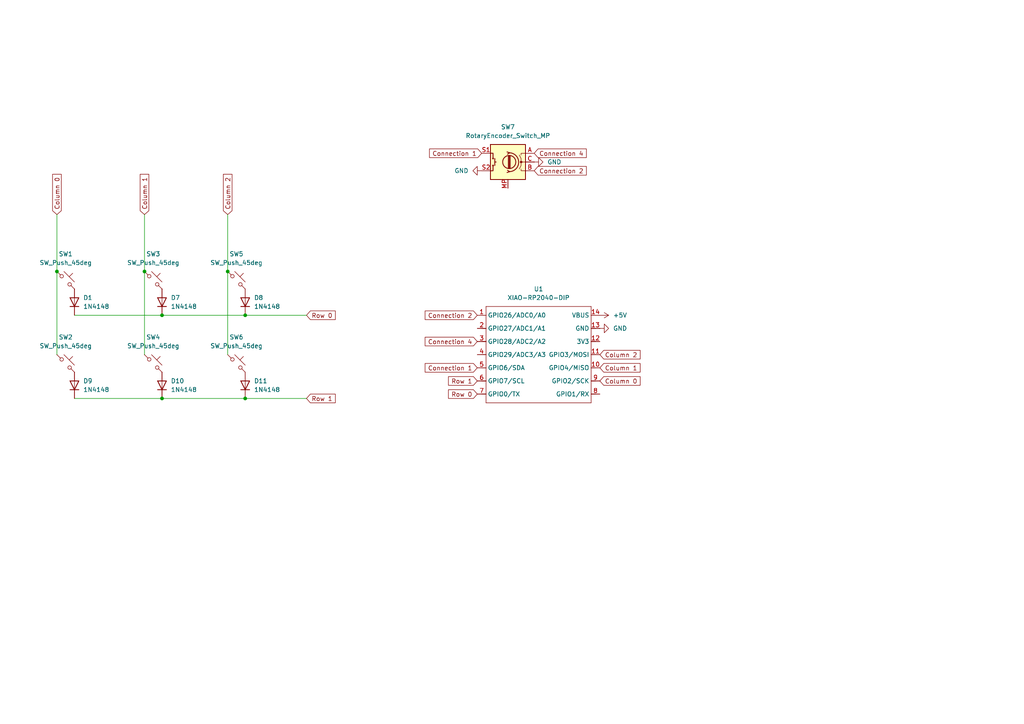
<source format=kicad_sch>
(kicad_sch (version 20250114) (generator "eeschema") (generator_version "9.0")
  (paper "A4")
  (lib_symbols
    (symbol "Device:RotaryEncoder_Switch_MP" (pin_names (offset 0.254) (hide yes))
      (property "Reference" "SW" (at 0 8.89 0))
      (property "Value" "RotaryEncoder_Switch_MP" (at 0 6.35 0))
      (symbol "RotaryEncoder_Switch_MP_0_1"
        (rectangle (start -5.08 5.08) (end 5.08 -5.08) (stroke (width 0.254)) (fill (type background)))
        (polyline (pts (xy -5.08 2.54) (xy -3.81 2.54) (xy -3.81 2.032)))
        (polyline (pts (xy -5.08 0) (xy -3.81 0) (xy -3.81 -1.016) (xy -3.302 -2.032)))
        (polyline (pts (xy -5.08 -2.54) (xy -3.81 -2.54) (xy -3.81 -2.032)))
        (polyline (pts (xy -4.318 0) (xy -3.81 0) (xy -3.81 1.016) (xy -3.302 2.032)))
        (circle (center -3.81 0) (radius 0.254) (fill (type outline)))
        (polyline (pts (xy -0.635 -1.778) (xy -0.635 1.778)) (stroke (width 0.254)))
        (circle (center -0.381 0) (radius 1.905) (stroke (width 0.254)))
        (polyline (pts (xy -0.381 -1.778) (xy -0.381 1.778)) (stroke (width 0.254)))
        (arc (start -0.381 -2.794) (mid -3.0988 -0.0635) (end -0.381 2.667) (stroke (width 0.254)))
        (polyline (pts (xy -0.127 1.778) (xy -0.127 -1.778)) (stroke (width 0.254)))
        (polyline (pts (xy 0.254 2.921) (xy -0.508 2.667) (xy 0.127 2.286)) (stroke (width 0.254)))
        (polyline (pts (xy 0.254 -3.048) (xy -0.508 -2.794) (xy 0.127 -2.413)) (stroke (width 0.254)))
        (polyline (pts (xy 3.81 1.016) (xy 3.81 -1.016)) (stroke (width 0.254)))
        (polyline (pts (xy 3.81 0) (xy 3.429 0)) (stroke (width 0.254)))
        (circle (center 4.318 1.016) (radius 0.127) (stroke (width 0.254)))
        (circle (center 4.318 -1.016) (radius 0.127) (stroke (width 0.254)))
        (polyline (pts (xy 5.08 2.54) (xy 4.318 2.54) (xy 4.318 1.016)) (stroke (width 0.254)))
        (polyline (pts (xy 5.08 -2.54) (xy 4.318 -2.54) (xy 4.318 -1.016)) (stroke (width 0.254)))
      )
      (symbol "RotaryEncoder_Switch_MP_1_1"
        (pin passive line (at -7.62 2.54 0) (length 2.54) (name "A") (number "A"))
        (pin passive line (at -7.62 0 0) (length 2.54) (name "C") (number "C"))
        (pin passive line (at -7.62 -2.54 0) (length 2.54) (name "B") (number "B"))
        (pin passive line (at 0 -7.62 90) (length 2.54) (name "MP") (number "MP"))
        (pin passive line (at 7.62 2.54 180) (length 2.54) (name "S1") (number "S1"))
        (pin passive line (at 7.62 -2.54 180) (length 2.54) (name "S2") (number "S2"))
      )
    )
    (symbol "Diode:1N4148" (pin_numbers (hide yes)) (pin_names (hide yes))
      (property "Reference" "D" (at 0 2.54 0))
      (property "Value" "1N4148" (at 0 -2.54 0))
      (symbol "1N4148_0_1"
        (polyline (pts (xy -1.27 1.27) (xy -1.27 -1.27)) (stroke (width 0.254)))
        (polyline (pts (xy 1.27 1.27) (xy 1.27 -1.27) (xy -1.27 0) (xy 1.27 1.27)) (stroke (width 0.254)))
        (polyline (pts (xy 1.27 0) (xy -1.27 0)))
      )
      (symbol "1N4148_1_1"
        (pin passive line (at -3.81 0 0) (length 2.54) (name "K") (number "1"))
        (pin passive line (at 3.81 0 180) (length 2.54) (name "A") (number "2"))
      )
    )
    (symbol "OPL Library:XIAO-RP2040-DIP"
      (property "Reference" "U" (at 0 0 0))
      (property "Value" "XIAO-RP2040-DIP" (at 5.334 -1.778 0))
      (symbol "XIAO-RP2040-DIP_1_0"
        (polyline (pts (xy -1.27 -2.54) (xy 29.21 -2.54)) (stroke (width 0.1524)))
        (polyline (pts (xy -1.27 -5.08) (xy -2.54 -5.08)) (stroke (width 0.1524)))
        (polyline (pts (xy -1.27 -5.08) (xy -1.27 -2.54)) (stroke (width 0.1524)))
        (polyline (pts (xy -1.27 -8.89) (xy -2.54 -8.89)) (stroke (width 0.1524)))
        (polyline (pts (xy -1.27 -8.89) (xy -1.27 -5.08)) (stroke (width 0.1524)))
        (polyline (pts (xy -1.27 -12.7) (xy -2.54 -12.7)) (stroke (width 0.1524)))
        (polyline (pts (xy -1.27 -12.7) (xy -1.27 -8.89)) (stroke (width 0.1524)))
        (polyline (pts (xy -1.27 -16.51) (xy -2.54 -16.51)) (stroke (width 0.1524)))
        (polyline (pts (xy -1.27 -16.51) (xy -1.27 -12.7)) (stroke (width 0.1524)))
        (polyline (pts (xy -1.27 -20.32) (xy -2.54 -20.32)) (stroke (width 0.1524)))
        (polyline (pts (xy -1.27 -24.13) (xy -2.54 -24.13)) (stroke (width 0.1524)))
        (polyline (pts (xy -1.27 -27.94) (xy -2.54 -27.94)) (stroke (width 0.1524)))
        (polyline (pts (xy -1.27 -30.48) (xy -1.27 -16.51)) (stroke (width 0.1524)))
        (polyline (pts (xy 29.21 -2.54) (xy 29.21 -5.08)) (stroke (width 0.1524)))
        (polyline (pts (xy 29.21 -5.08) (xy 29.21 -8.89)) (stroke (width 0.1524)))
        (polyline (pts (xy 29.21 -8.89) (xy 29.21 -12.7)) (stroke (width 0.1524)))
        (polyline (pts (xy 29.21 -12.7) (xy 29.21 -30.48)) (stroke (width 0.1524)))
        (polyline (pts (xy 29.21 -30.48) (xy -1.27 -30.48)) (stroke (width 0.1524)))
        (polyline (pts (xy 30.48 -5.08) (xy 29.21 -5.08)) (stroke (width 0.1524)))
        (polyline (pts (xy 30.48 -8.89) (xy 29.21 -8.89)) (stroke (width 0.1524)))
        (polyline (pts (xy 30.48 -12.7) (xy 29.21 -12.7)) (stroke (width 0.1524)))
        (polyline (pts (xy 30.48 -16.51) (xy 29.21 -16.51)) (stroke (width 0.1524)))
        (polyline (pts (xy 30.48 -20.32) (xy 29.21 -20.32)) (stroke (width 0.1524)))
        (polyline (pts (xy 30.48 -24.13) (xy 29.21 -24.13)) (stroke (width 0.1524)))
        (polyline (pts (xy 30.48 -27.94) (xy 29.21 -27.94)) (stroke (width 0.1524)))
        (pin passive line (at -3.81 -5.08 0) (length 2.54) (name "GPIO26/ADC0/A0") (number "1"))
        (pin passive line (at -3.81 -8.89 0) (length 2.54) (name "GPIO27/ADC1/A1") (number "2"))
        (pin passive line (at -3.81 -12.7 0) (length 2.54) (name "GPIO28/ADC2/A2") (number "3"))
        (pin passive line (at -3.81 -16.51 0) (length 2.54) (name "GPIO29/ADC3/A3") (number "4"))
        (pin passive line (at -3.81 -20.32 0) (length 2.54) (name "GPIO6/SDA") (number "5"))
        (pin passive line (at -3.81 -24.13 0) (length 2.54) (name "GPIO7/SCL") (number "6"))
        (pin passive line (at -3.81 -27.94 0) (length 2.54) (name "GPIO0/TX") (number "7"))
        (pin passive line (at 31.75 -5.08 180) (length 2.54) (name "VBUS") (number "14"))
        (pin passive line (at 31.75 -8.89 180) (length 2.54) (name "GND") (number "13"))
        (pin passive line (at 31.75 -12.7 180) (length 2.54) (name "3V3") (number "12"))
        (pin passive line (at 31.75 -16.51 180) (length 2.54) (name "GPIO3/MOSI") (number "11"))
        (pin passive line (at 31.75 -20.32 180) (length 2.54) (name "GPIO4/MISO") (number "10"))
        (pin passive line (at 31.75 -24.13 180) (length 2.54) (name "GPIO2/SCK") (number "9"))
        (pin passive line (at 31.75 -27.94 180) (length 2.54) (name "GPIO1/RX") (number "8"))
      )
    )
    (symbol "Switch:SW_Push_45deg" (pin_numbers (hide yes)) (pin_names (offset 1.016) (hide yes))
      (property "Reference" "SW" (at 3.048 1.016 0))
      (property "Value" "SW_Push_45deg" (at 0 -3.81 0))
      (symbol "SW_Push_45deg_0_1"
        (polyline (pts (xy -2.54 2.54) (xy -1.524 1.524) (xy -1.524 1.524)))
        (circle (center -1.1684 1.1684) (radius 0.508))
        (polyline (pts (xy -0.508 2.54) (xy 2.54 -0.508)))
        (polyline (pts (xy 1.016 1.016) (xy 2.032 2.032)))
        (circle (center 1.143 -1.1938) (radius 0.508))
        (polyline (pts (xy 1.524 -1.524) (xy 2.54 -2.54) (xy 2.54 -2.54) (xy 2.54 -2.54)))
        (pin passive line (at -2.54 2.54 0) (length 0) (name "1") (number "1"))
        (pin passive line (at 2.54 -2.54 180) (length 0) (name "2") (number "2"))
      )
    )
    (symbol "power:+5V" (power) (pin_numbers (hide yes)) (pin_names (offset 0) (hide yes))
      (property "Value" "+5V" (at 0 3.556 0))
      (symbol "+5V_0_1"
        (polyline (pts (xy -0.762 1.27) (xy 0 2.54)))
        (polyline (pts (xy 0 2.54) (xy 0.762 1.27)))
        (polyline (pts (xy 0 0) (xy 0 2.54)))
      )
      (symbol "+5V_1_1"
        (pin power_in line (at 0 0 90) (length 0) (name "~") (number "1"))
      )
    )
    (symbol "power:GND" (power) (pin_numbers (hide yes)) (pin_names (offset 0) (hide yes))
      (property "Value" "GND" (at 0 -3.81 0))
      (symbol "GND_0_1"
        (polyline (pts (xy 0 0) (xy 0 -1.27) (xy 1.27 -1.27) (xy 0 -2.54) (xy -1.27 -1.27) (xy 0 -1.27)))
      )
      (symbol "GND_1_1"
        (pin power_in line (at 0 0 270) (length 0) (name "~") (number "1"))
      )
    )
  )
  (junction (at 46.99 115.57))
  (junction (at 66.04 78.74))
  (junction (at 41.91 78.74))
  (junction (at 16.51 78.74))
  (junction (at 71.12 115.57))
  (junction (at 71.12 91.44))
  (junction (at 46.99 91.44))
  (wire (pts (xy 66.04 78.74) (xy 66.04 102.87)))
  (wire (pts (xy 46.99 91.44) (xy 71.12 91.44)))
  (wire (pts (xy 21.59 115.57) (xy 46.99 115.57)))
  (wire (pts (xy 46.99 115.57) (xy 71.12 115.57)))
  (wire (pts (xy 41.91 78.74) (xy 41.91 102.87)))
  (wire (pts (xy 21.59 91.44) (xy 46.99 91.44)))
  (wire (pts (xy 71.12 115.57) (xy 88.9 115.57)))
  (wire (pts (xy 16.51 78.74) (xy 16.51 102.87)))
  (wire (pts (xy 41.91 62.23) (xy 41.91 78.74)))
  (wire (pts (xy 66.04 62.23) (xy 66.04 78.74)))
  (wire (pts (xy 16.51 62.23) (xy 16.51 78.74)))
  (wire (pts (xy 71.12 91.44) (xy 88.9 91.44)))
  (global_label "Column 2" (shape input) (at 173.99 102.87 0) (property "Intersheetrefs" "${INTERSHEET_REFS}" (effects (hide yes))))
  (global_label "Connection 4" (shape input) (at 154.94 44.45 0) (property "Intersheetrefs" "${INTERSHEET_REFS}" (effects (hide yes))))
  (global_label "Connection 1" (shape input) (at 139.7 44.45 180) (property "Intersheetrefs" "${INTERSHEET_REFS}" (effects (hide yes))))
  (global_label "Row 0" (shape input) (at 88.9 91.44 0) (property "Intersheetrefs" "${INTERSHEET_REFS}" (effects (hide yes))))
  (global_label "Column 0" (shape input) (at 16.51 62.23 90) (property "Intersheetrefs" "${INTERSHEET_REFS}" (effects (hide yes))))
  (global_label "Connection 2" (shape input) (at 138.43 91.44 180) (property "Intersheetrefs" "${INTERSHEET_REFS}" (effects (hide yes))))
  (global_label "Column 0" (shape input) (at 173.99 110.49 0) (property "Intersheetrefs" "${INTERSHEET_REFS}" (effects (hide yes))))
  (global_label "Row 1" (shape input) (at 138.43 110.49 180) (property "Intersheetrefs" "${INTERSHEET_REFS}" (effects (hide yes))))
  (global_label "Row 0" (shape input) (at 138.43 114.3 180) (property "Intersheetrefs" "${INTERSHEET_REFS}" (effects (hide yes))))
  (global_label "Column 2" (shape input) (at 66.04 62.23 90) (property "Intersheetrefs" "${INTERSHEET_REFS}" (effects (hide yes))))
  (global_label "Connection 2" (shape input) (at 154.94 49.53 0) (property "Intersheetrefs" "${INTERSHEET_REFS}" (effects (hide yes))))
  (global_label "Connection 4" (shape input) (at 138.43 99.06 180) (property "Intersheetrefs" "${INTERSHEET_REFS}" (effects (hide yes))))
  (global_label "Column 1" (shape input) (at 41.91 62.23 90) (property "Intersheetrefs" "${INTERSHEET_REFS}" (effects (hide yes))))
  (global_label "Row 1" (shape input) (at 88.9 115.57 0) (property "Intersheetrefs" "${INTERSHEET_REFS}" (effects (hide yes))))
  (global_label "Column 1" (shape input) (at 173.99 106.68 0) (property "Intersheetrefs" "${INTERSHEET_REFS}" (effects (hide yes))))
  (global_label "Connection 1" (shape input) (at 138.43 106.68 180) (property "Intersheetrefs" "${INTERSHEET_REFS}" (effects (hide yes))))
  (symbol (lib_id "Device:RotaryEncoder_Switch_MP") (at 147.32 46.99 0) (mirror y) (unit 1)
    (property "Reference" "SW7" (at 147.32 36.83 0))
    (property "Value" "RotaryEncoder_Switch_MP" (at 147.32 39.37 0))
    (property "Footprint" "Rotary_Encoder:RotaryEncoder_Alps_EC11E-Switch_Vertical_H20mm" (effects (hide yes)))
    (property "Description" "Rotary encoder, dual channel, incremental quadrate outputs, with switch and MP Pin" (effects (hide yes)))
  )
  (symbol (lib_id "Switch:SW_Push_45deg") (at 19.05 81.28 0) (unit 1)
    (property "Reference" "SW1" (at 19.05 73.66 0))
    (property "Value" "SW_Push_45deg" (at 19.05 76.2 0))
    (property "Footprint" "Button_Switch_Keyboard:SW_Cherry_MX_1.00u_PCB" (effects (hide yes)))
    (property "Description" "Push button switch, normally open, two pins, 45° tilted" (effects (hide yes)))
  )
  (symbol (lib_id "Diode:1N4148") (at 21.59 111.76 90) (unit 1)
    (property "Reference" "D9" (at 24.13 110.4899 90) (effects (justify right)))
    (property "Value" "1N4148" (at 24.13 113.0299 90) (effects (justify right)))
    (property "Footprint" "Diode_THT:D_DO-35_SOD27_P7.62mm_Horizontal" (effects (hide yes)))
    (property "Datasheet" "https://assets.nexperia.com/documents/data-sheet/1N4148_1N4448.pdf" (effects (hide yes)))
    (property "Description" "100V 0.15A standard switching diode, DO-35" (effects (hide yes)))
    (property "Sim.Device" "D" (effects (hide yes)))
    (property "Sim.Pins" "1=K 2=A" (effects (hide yes)))
  )
  (symbol (lib_id "Switch:SW_Push_45deg") (at 68.58 105.41 0) (unit 1)
    (property "Reference" "SW6" (at 68.58 97.79 0))
    (property "Value" "SW_Push_45deg" (at 68.58 100.33 0))
    (property "Footprint" "Button_Switch_Keyboard:SW_Cherry_MX_1.00u_PCB" (effects (hide yes)))
    (property "Description" "Push button switch, normally open, two pins, 45° tilted" (effects (hide yes)))
  )
  (symbol (lib_id "OPL Library:XIAO-RP2040-DIP") (at 142.24 86.36 0) (unit 1)
    (property "Reference" "U1" (at 156.21 83.82 0))
    (property "Value" "XIAO-RP2040-DIP" (at 156.21 86.36 0))
    (property "Footprint" "OPL Lib:XIAO-RP2040-DIP" (effects (hide yes)))
  )
  (symbol (lib_id "Diode:1N4148") (at 71.12 111.76 90) (unit 1)
    (property "Reference" "D11" (at 73.66 110.4899 90) (effects (justify right)))
    (property "Value" "1N4148" (at 73.66 113.0299 90) (effects (justify right)))
    (property "Footprint" "Diode_THT:D_DO-35_SOD27_P7.62mm_Horizontal" (effects (hide yes)))
    (property "Datasheet" "https://assets.nexperia.com/documents/data-sheet/1N4148_1N4448.pdf" (effects (hide yes)))
    (property "Description" "100V 0.15A standard switching diode, DO-35" (effects (hide yes)))
    (property "Sim.Device" "D" (effects (hide yes)))
    (property "Sim.Pins" "1=K 2=A" (effects (hide yes)))
  )
  (symbol (lib_id "Switch:SW_Push_45deg") (at 44.45 105.41 0) (unit 1)
    (property "Reference" "SW4" (at 44.45 97.79 0))
    (property "Value" "SW_Push_45deg" (at 44.45 100.33 0))
    (property "Footprint" "Button_Switch_Keyboard:SW_Cherry_MX_1.00u_PCB" (effects (hide yes)))
    (property "Description" "Push button switch, normally open, two pins, 45° tilted" (effects (hide yes)))
  )
  (symbol (lib_id "power:GND") (at 154.94 46.99 90) (unit 1)
    (property "Reference" "#PWR01" (effects (hide yes)))
    (property "Value" "GND" (at 158.75 46.9899 90) (effects (justify right)))
    (property "Description" "Power symbol creates a global label with name \"GND\" , ground" (effects (hide yes)))
  )
  (symbol (lib_id "Switch:SW_Push_45deg") (at 44.45 81.28 0) (unit 1)
    (property "Reference" "SW3" (at 44.45 73.66 0))
    (property "Value" "SW_Push_45deg" (at 44.45 76.2 0))
    (property "Footprint" "Button_Switch_Keyboard:SW_Cherry_MX_1.00u_PCB" (effects (hide yes)))
    (property "Description" "Push button switch, normally open, two pins, 45° tilted" (effects (hide yes)))
  )
  (symbol (lib_id "Switch:SW_Push_45deg") (at 68.58 81.28 0) (unit 1)
    (property "Reference" "SW5" (at 68.58 73.66 0))
    (property "Value" "SW_Push_45deg" (at 68.58 76.2 0))
    (property "Footprint" "Button_Switch_Keyboard:SW_Cherry_MX_1.00u_PCB" (effects (hide yes)))
    (property "Description" "Push button switch, normally open, two pins, 45° tilted" (effects (hide yes)))
  )
  (symbol (lib_id "Diode:1N4148") (at 21.59 87.63 90) (unit 1)
    (property "Reference" "D1" (at 24.13 86.3599 90) (effects (justify right)))
    (property "Value" "1N4148" (at 24.13 88.8999 90) (effects (justify right)))
    (property "Footprint" "Diode_THT:D_DO-35_SOD27_P7.62mm_Horizontal" (effects (hide yes)))
    (property "Datasheet" "https://assets.nexperia.com/documents/data-sheet/1N4148_1N4448.pdf" (effects (hide yes)))
    (property "Description" "100V 0.15A standard switching diode, DO-35" (effects (hide yes)))
    (property "Sim.Device" "D" (effects (hide yes)))
    (property "Sim.Pins" "1=K 2=A" (effects (hide yes)))
  )
  (symbol (lib_id "power:GND") (at 173.99 95.25 90) (unit 1)
    (property "Reference" "#PWR02" (effects (hide yes)))
    (property "Value" "GND" (at 177.8 95.2499 90) (effects (justify right)))
    (property "Description" "Power symbol creates a global label with name \"GND\" , ground" (effects (hide yes)))
  )
  (symbol (lib_id "Diode:1N4148") (at 46.99 87.63 90) (unit 1)
    (property "Reference" "D7" (at 49.53 86.3599 90) (effects (justify right)))
    (property "Value" "1N4148" (at 49.53 88.8999 90) (effects (justify right)))
    (property "Footprint" "Diode_THT:D_DO-35_SOD27_P7.62mm_Horizontal" (effects (hide yes)))
    (property "Datasheet" "https://assets.nexperia.com/documents/data-sheet/1N4148_1N4448.pdf" (effects (hide yes)))
    (property "Description" "100V 0.15A standard switching diode, DO-35" (effects (hide yes)))
    (property "Sim.Device" "D" (effects (hide yes)))
    (property "Sim.Pins" "1=K 2=A" (effects (hide yes)))
  )
  (symbol (lib_id "power:+5V") (at 173.99 91.44 270) (unit 1)
    (property "Reference" "#PWR04" (effects (hide yes)))
    (property "Value" "+5V" (at 177.8 91.4399 90) (effects (justify left)))
    (property "Description" "Power symbol creates a global label with name \"+5V\"" (effects (hide yes)))
  )
  (symbol (lib_id "Switch:SW_Push_45deg") (at 19.05 105.41 0) (unit 1)
    (property "Reference" "SW2" (at 19.05 97.79 0))
    (property "Value" "SW_Push_45deg" (at 19.05 100.33 0))
    (property "Footprint" "Button_Switch_Keyboard:SW_Cherry_MX_1.00u_PCB" (effects (hide yes)))
    (property "Description" "Push button switch, normally open, two pins, 45° tilted" (effects (hide yes)))
  )
  (symbol (lib_id "Diode:1N4148") (at 46.99 111.76 90) (unit 1)
    (property "Reference" "D10" (at 49.53 110.4899 90) (effects (justify right)))
    (property "Value" "1N4148" (at 49.53 113.0299 90) (effects (justify right)))
    (property "Footprint" "Diode_THT:D_DO-35_SOD27_P7.62mm_Horizontal" (effects (hide yes)))
    (property "Datasheet" "https://assets.nexperia.com/documents/data-sheet/1N4148_1N4448.pdf" (effects (hide yes)))
    (property "Description" "100V 0.15A standard switching diode, DO-35" (effects (hide yes)))
    (property "Sim.Device" "D" (effects (hide yes)))
    (property "Sim.Pins" "1=K 2=A" (effects (hide yes)))
  )
  (symbol (lib_id "Diode:1N4148") (at 71.12 87.63 90) (unit 1)
    (property "Reference" "D8" (at 73.66 86.3599 90) (effects (justify right)))
    (property "Value" "1N4148" (at 73.66 88.8999 90) (effects (justify right)))
    (property "Footprint" "Diode_THT:D_DO-35_SOD27_P7.62mm_Horizontal" (effects (hide yes)))
    (property "Datasheet" "https://assets.nexperia.com/documents/data-sheet/1N4148_1N4448.pdf" (effects (hide yes)))
    (property "Description" "100V 0.15A standard switching diode, DO-35" (effects (hide yes)))
    (property "Sim.Device" "D" (effects (hide yes)))
    (property "Sim.Pins" "1=K 2=A" (effects (hide yes)))
  )
  (symbol (lib_id "power:GND") (at 139.7 49.53 270) (unit 1)
    (property "Reference" "#PWR03" (effects (hide yes)))
    (property "Value" "GND" (at 135.89 49.5299 90) (effects (justify right)))
    (property "Description" "Power symbol creates a global label with name \"GND\" , ground" (effects (hide yes)))
  )
)
</source>
